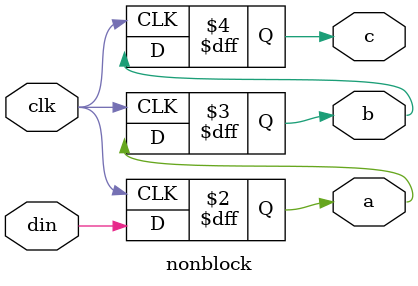
<source format=v>
module nonblock(din, clk, a, b, c);
input din;
input clk;
output reg a;
output reg b;
output reg c;
always @(posedge clk)
begin
	a <= din;
        b <= a;
        c <= b;
end
endmodule

</source>
